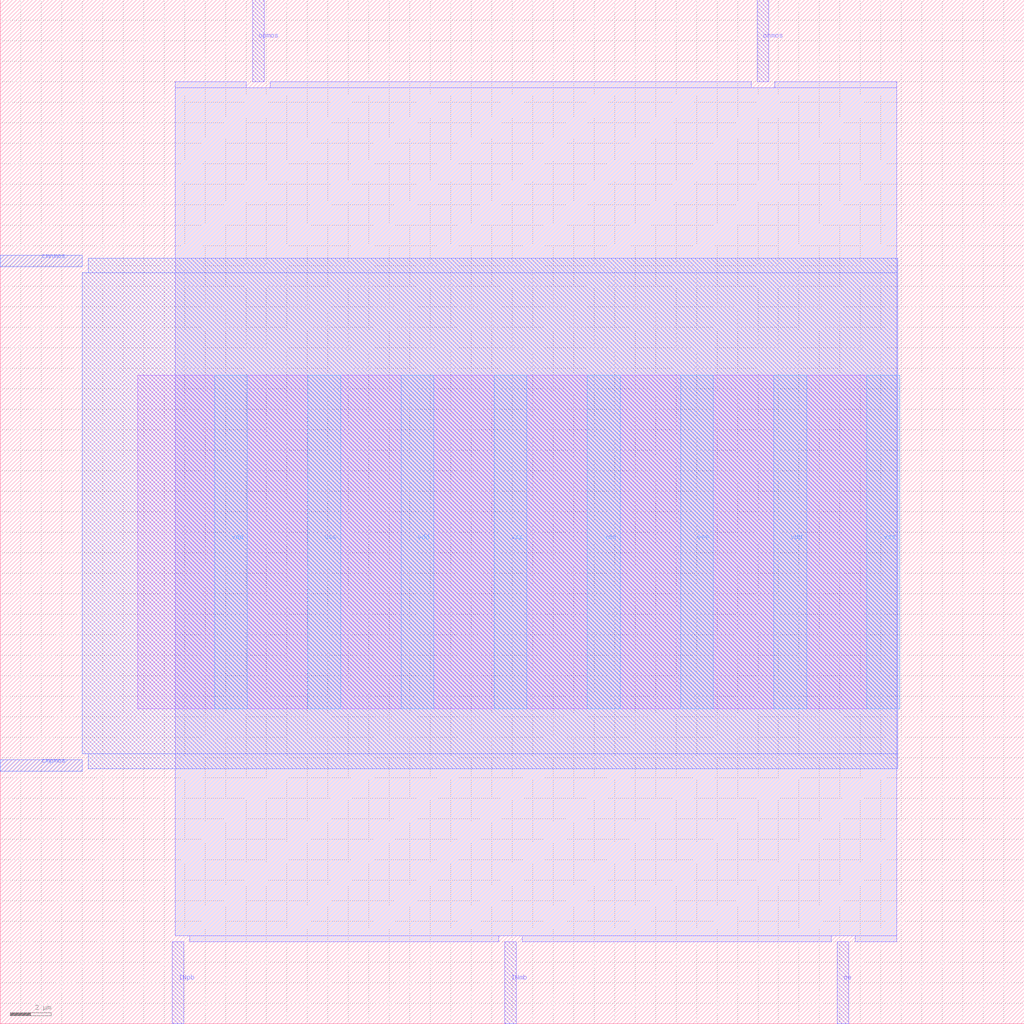
<source format=lef>
VERSION 5.7 ;
  NOWIREEXTENSIONATPIN ON ;
  DIVIDERCHAR "/" ;
  BUSBITCHARS "[]" ;
MACRO DIGOTA
  CLASS BLOCK ;
  FOREIGN DIGOTA ;
  ORIGIN 0.000 0.000 ;
  SIZE 50.000 BY 50.000 ;
  PIN INmb
    DIRECTION INPUT ;
    USE SIGNAL ;
    PORT
      LAYER Metal2 ;
        RECT 24.640 0.000 25.200 4.000 ;
    END
  END INmb
  PIN INpb
    DIRECTION INPUT ;
    USE SIGNAL ;
    PORT
      LAYER Metal2 ;
        RECT 8.400 0.000 8.960 4.000 ;
    END
  END INpb
  PIN cmnmos
    DIRECTION OUTPUT TRISTATE ;
    USE SIGNAL ;
    PORT
      LAYER Metal3 ;
        RECT 0.000 36.960 4.000 37.520 ;
    END
  END cmnmos
  PIN cmpmos
    DIRECTION OUTPUT TRISTATE ;
    USE SIGNAL ;
    PORT
      LAYER Metal3 ;
        RECT 0.000 12.320 4.000 12.880 ;
    END
  END cmpmos
  PIN oe
    DIRECTION INPUT ;
    USE SIGNAL ;
    PORT
      LAYER Metal2 ;
        RECT 40.880 0.000 41.440 4.000 ;
    END
  END oe
  PIN onmos
    DIRECTION OUTPUT TRISTATE ;
    USE SIGNAL ;
    PORT
      LAYER Metal2 ;
        RECT 36.960 46.000 37.520 50.000 ;
    END
  END onmos
  PIN opmos
    DIRECTION OUTPUT TRISTATE ;
    USE SIGNAL ;
    PORT
      LAYER Metal2 ;
        RECT 12.320 46.000 12.880 50.000 ;
    END
  END opmos
  PIN vdd
    DIRECTION INOUT ;
    USE POWER ;
    PORT
      LAYER Metal4 ;
        RECT 10.470 15.380 12.070 31.660 ;
    END
    PORT
      LAYER Metal4 ;
        RECT 19.570 15.380 21.170 31.660 ;
    END
    PORT
      LAYER Metal4 ;
        RECT 28.670 15.380 30.270 31.660 ;
    END
    PORT
      LAYER Metal4 ;
        RECT 37.770 15.380 39.370 31.660 ;
    END
  END vdd
  PIN vss
    DIRECTION INOUT ;
    USE GROUND ;
    PORT
      LAYER Metal4 ;
        RECT 15.020 15.380 16.620 31.660 ;
    END
    PORT
      LAYER Metal4 ;
        RECT 24.120 15.380 25.720 31.660 ;
    END
    PORT
      LAYER Metal4 ;
        RECT 33.220 15.380 34.820 31.660 ;
    END
    PORT
      LAYER Metal4 ;
        RECT 42.320 15.380 43.920 31.660 ;
    END
  END vss
  OBS
      LAYER Metal1 ;
        RECT 6.720 15.380 43.920 31.660 ;
      LAYER Metal2 ;
        RECT 8.540 45.700 12.020 46.000 ;
        RECT 13.180 45.700 36.660 46.000 ;
        RECT 37.820 45.700 43.780 46.000 ;
        RECT 8.540 4.300 43.780 45.700 ;
        RECT 9.260 4.000 24.340 4.300 ;
        RECT 25.500 4.000 40.580 4.300 ;
        RECT 41.740 4.000 43.780 4.300 ;
      LAYER Metal3 ;
        RECT 4.300 36.660 43.830 37.380 ;
        RECT 4.000 13.180 43.830 36.660 ;
        RECT 4.300 12.460 43.830 13.180 ;
  END
END DIGOTA
END LIBRARY


</source>
